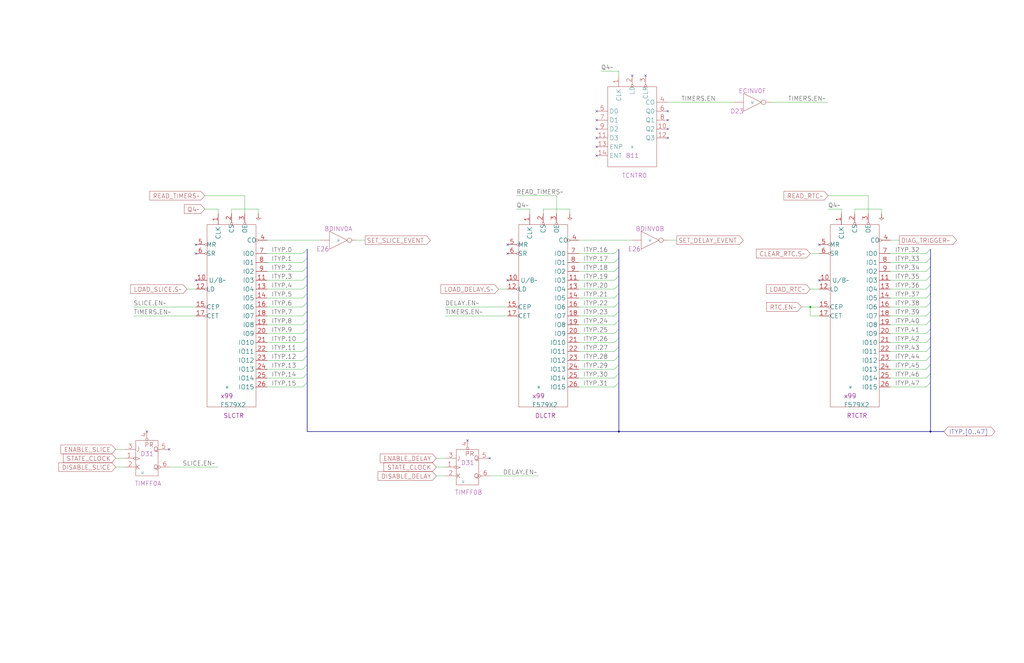
<source format=kicad_sch>
(kicad_sch (version 20220404) (generator eeschema)
  (paper "User" 584.2 378.46)
  (title_block (title "TIMERS") (date "22-SEP-90") (rev "2.0") (comment 1 "IOC") (comment 2 "232-003061") (comment 3 "S400") (comment 4 "RELEASED"))
  (lib_symbols
    (symbol "r1000:F04" (pin_numbers hide) (pin_names hide)
      (property "Reference" "U" (at 0 0 0))
      (property "Value" "F04" (at 1.27 -5.08 0))
      (property "Location" "___" (at -12.7 -5.08 0))
      (property "Name" "______" (at 0 5.08 0))
      (symbol "F04_0_1"
        (polyline (pts (xy -7.62 0) (xy -5.08 0)) (stroke (width 0.1524)))
        (polyline (pts (xy -5.08 5.08) (xy -5.08 -5.08)) (stroke (width 0.1524)))
        (polyline (pts (xy 5.08 0) (xy -5.08 -5.08)) (stroke (width 0.1524)))
        (polyline (pts (xy 5.08 0) (xy -5.08 5.08)) (stroke (width 0.1524)))
        (circle (center 6.35 0) (radius 1.27) (stroke (width 0.1524)))
      )
      (symbol "F04_1_1"
        (pin input line (at -10.16 0 0) (length 2.54) (name "D0") (number "1"))
        (pin output line (at 10.16 0 180) (length 2.54) (name "Q") (number "2"))
      )
    )
    (symbol "r1000:F113" (pin_names (offset 1.016) hide)
      (property "Reference" "U" (at 0 -10.795 0))
      (property "Value" "F113" (at -1.27 -5.08 0))
      (property "Location" "___" (at -1.27 0 0))
      (property "Name" "______" (at 3.175 -18.415 0))
      (symbol "F113_0_1"
        (rectangle (start -3.81 7.62) (end 8.89 -12.7) (stroke (width 0.1524)))
      )
      (symbol "F113_1_1"
        (circle (center -4.445 -2.54) (radius 0.635))
        (circle (center 2.54 8.255) (radius 0.635))
        (circle (center 9.525 -7.62) (radius 0.635))
        (text ">" (at -2.54 -2.54 0) (effects (font (size 2.54 2.54))))
        (text "J" (at -2.54 2.54 0) (effects (font (size 2.54 2.54))))
        (text "K" (at -2.54 -7.62 0) (effects (font (size 2.54 2.54))))
        (text "P" (at 2.54 5.08 0) (effects (font (size 2.54 2.54))))
        (text "Q" (at 7.62 -7.62 0) (effects (font (size 2.54 2.54))))
        (text "Q" (at 7.62 2.54 0) (effects (font (size 2.54 2.54))))
        (text "R" (at 5.08 5.08 0) (effects (font (size 2.54 2.54))))
        (pin input line (at -10.16 -2.54 0) (length 5.08) (name "CLK_") (number "1"))
        (pin input line (at -10.16 -7.62 0) (length 6.35) (name "K") (number "2"))
        (pin input line (at -10.16 2.54 0) (length 6.35) (name "J") (number "3"))
        (pin input line (at 2.54 12.7 270) (length 3.81) (name "PR_") (number "4"))
        (pin output line (at 15.24 2.54 180) (length 6.35) (name "Q") (number "5"))
        (pin output line (at 15.24 -7.62 180) (length 5.08) (name "Q_") (number "6"))
      )
    )
    (symbol "r1000:F163" (pin_names (offset 1.016))
      (property "Reference" "U" (at 2.54 5.08 0))
      (property "Value" "F163" (at -1.27 -5.08 0))
      (property "Location" "___" (at -1.27 0 0))
      (property "Name" "______" (at 3.81 -12.7 0))
      (symbol "F163_1_1"
        (rectangle (start -11.43 39.37) (end 16.51 -6.35))
        (circle (center 2.54 40.005) (radius 0.635))
        (circle (center 10.16 40.005) (radius 0.635))
        (pin input line (at -5.08 45.72 270) (length 6.35) (name "CLK") (number "1"))
        (pin output line (at 22.86 15.24 180) (length 6.35) (name "Q2") (number "10"))
        (pin input line (at -17.78 10.16 0) (length 6.35) (name "D3") (number "11"))
        (pin output line (at 22.86 10.16 180) (length 6.35) (name "Q3") (number "12"))
        (pin input line (at -17.78 5.08 0) (length 6.35) (name "ENP") (number "13"))
        (pin input line (at -17.78 0 0) (length 6.35) (name "ENT") (number "14"))
        (pin input line (at 2.54 45.72 270) (length 5.08) (name "LD") (number "2"))
        (pin input line (at 10.16 45.72 270) (length 5.08) (name "CLR") (number "3"))
        (pin output line (at 22.86 30.48 180) (length 6.35) (name "CO") (number "4"))
        (pin input line (at -17.78 25.4 0) (length 6.35) (name "D0") (number "5"))
        (pin output line (at 22.86 25.4 180) (length 6.35) (name "Q0") (number "6"))
        (pin input line (at -17.78 20.32 0) (length 6.35) (name "D1") (number "7"))
        (pin output line (at 22.86 20.32 180) (length 6.35) (name "Q1") (number "8"))
        (pin input line (at -17.78 15.24 0) (length 6.35) (name "D2") (number "9"))
      )
    )
    (symbol "r1000:F579X2" (pin_names (offset 1.016))
      (property "Reference" "U" (at 2.54 5.08 0))
      (property "Value" "F579X2" (at -1.27 -5.08 0))
      (property "Location" "___" (at -1.27 0 0))
      (property "Name" "______" (at 6.35 -12.7 0))
      (symbol "F579X2_1_1"
        (circle (center -9.525 45.72) (radius 0.635))
        (circle (center -9.525 50.8) (radius 0.635))
        (circle (center -9.525 60.96) (radius 0.635))
        (circle (center -9.525 81.28) (radius 0.635))
        (circle (center -9.525 86.36) (radius 0.635))
        (rectangle (start -8.89 97.79) (end 19.05 -6.35))
        (circle (center 5.08 98.425) (radius 0.635))
        (circle (center 12.7 98.425) (radius 0.635))
        (circle (center 19.685 88.9) (radius 0.635))
        (pin input line (at -2.54 104.14 270) (length 6.35) (name "CLK") (number "1"))
        (pin input line (at -15.24 66.04 0) (length 6.35) (name "U/B~") (number "10"))
        (pin bidirectional line (at 25.4 66.04 180) (length 6.35) (name "IO3") (number "11"))
        (pin input line (at -15.24 60.96 0) (length 5.08) (name "LD") (number "12"))
        (pin bidirectional line (at 25.4 60.96 180) (length 6.35) (name "IO4") (number "13"))
        (pin bidirectional line (at 25.4 55.88 180) (length 6.35) (name "IO5") (number "14"))
        (pin input line (at -15.24 50.8 0) (length 5.08) (name "CEP") (number "15"))
        (pin bidirectional line (at 25.4 50.8 180) (length 6.35) (name "IO6") (number "16"))
        (pin input line (at -15.24 45.72 0) (length 5.08) (name "CET") (number "17"))
        (pin bidirectional line (at 25.4 45.72 180) (length 6.35) (name "IO7") (number "18"))
        (pin bidirectional line (at 25.4 40.64 180) (length 6.35) (name "IO8") (number "19"))
        (pin input line (at 5.08 104.14 270) (length 5.08) (name "CS") (number "2"))
        (pin bidirectional line (at 25.4 35.56 180) (length 6.35) (name "IO9") (number "20"))
        (pin bidirectional line (at 25.4 30.48 180) (length 6.35) (name "IO10") (number "21"))
        (pin bidirectional line (at 25.4 25.4 180) (length 6.35) (name "IO11") (number "22"))
        (pin bidirectional line (at 25.4 20.32 180) (length 6.35) (name "IO12") (number "23"))
        (pin bidirectional line (at 25.4 15.24 180) (length 6.35) (name "IO13") (number "24"))
        (pin bidirectional line (at 25.4 10.16 180) (length 6.35) (name "IO14") (number "25"))
        (pin bidirectional line (at 25.4 5.08 180) (length 6.35) (name "IO15") (number "26"))
        (pin input line (at 12.7 104.14 270) (length 5.08) (name "OE") (number "3"))
        (pin output line (at 25.4 88.9 180) (length 5.08) (name "CO") (number "4"))
        (pin input line (at -15.24 86.36 0) (length 5.08) (name "MR") (number "5"))
        (pin input line (at -15.24 81.28 0) (length 5.08) (name "SR") (number "6"))
        (pin bidirectional line (at 25.4 81.28 180) (length 6.35) (name "IO0") (number "7"))
        (pin bidirectional line (at 25.4 76.2 180) (length 6.35) (name "IO1") (number "8"))
        (pin bidirectional line (at 25.4 71.12 180) (length 6.35) (name "IO2") (number "9"))
      )
    )
    (symbol "r1000:PD" (power) (pin_numbers hide) (pin_names hide) (in_bom no)
      (symbol "PD_0_1"
        (polyline (pts (xy 0 -2.54) (xy 1.27 -2.54) (xy 0 -3.81) (xy -1.27 -2.54) (xy 0 -2.54)) (stroke (width 0.1524)))
      )
      (symbol "PD_1_1"
        (pin power_in line (at 0 0 270) (length 2.54) (name "PD") (number "1"))
      )
    )
  )
  (junction (at 353.06 246.38))
  (junction (at 462.28 175.26))
  (junction (at 530.86 246.38))
  (no_connect (at 381 78.74))
  (no_connect (at 340.36 83.82))
  (no_connect (at 340.36 88.9))
  (no_connect (at 83.82 246.38))
  (no_connect (at 96.52 256.54))
  (no_connect (at 340.36 68.58))
  (no_connect (at 340.36 73.66))
  (no_connect (at 279.4 261.62))
  (no_connect (at 340.36 78.74))
  (no_connect (at 289.56 139.7))
  (no_connect (at 289.56 144.78))
  (no_connect (at 289.56 160.02))
  (no_connect (at 360.68 43.18))
  (no_connect (at 368.3 43.18))
  (no_connect (at 266.7 251.46))
  (no_connect (at 467.36 160.02))
  (no_connect (at 111.76 160.02))
  (no_connect (at 111.76 139.7))
  (no_connect (at 111.76 144.78))
  (no_connect (at 467.36 139.7))
  (no_connect (at 381 73.66))
  (no_connect (at 381 68.58))
  (no_connect (at 340.36 63.5))
  (no_connect (at 381 63.5))
  (bus_entry (at 353.06 147.32) (size -2.54 2.54))
  (bus_entry (at 175.26 152.4) (size -2.54 2.54))
  (bus_entry (at 530.86 142.24) (size -2.54 2.54))
  (bus_entry (at 175.26 162.56) (size -2.54 2.54))
  (bus_entry (at 175.26 142.24) (size -2.54 2.54))
  (bus_entry (at 353.06 187.96) (size -2.54 2.54))
  (bus_entry (at 175.26 203.2) (size -2.54 2.54))
  (bus_entry (at 353.06 167.64) (size -2.54 2.54))
  (bus_entry (at 353.06 193.04) (size -2.54 2.54))
  (bus_entry (at 353.06 162.56) (size -2.54 2.54))
  (bus_entry (at 175.26 218.44) (size -2.54 2.54))
  (bus_entry (at 530.86 147.32) (size -2.54 2.54))
  (bus_entry (at 353.06 203.2) (size -2.54 2.54))
  (bus_entry (at 175.26 172.72) (size -2.54 2.54))
  (bus_entry (at 530.86 152.4) (size -2.54 2.54))
  (bus_entry (at 175.26 213.36) (size -2.54 2.54))
  (bus_entry (at 353.06 142.24) (size -2.54 2.54))
  (bus_entry (at 530.86 208.28) (size -2.54 2.54))
  (bus_entry (at 353.06 213.36) (size -2.54 2.54))
  (bus_entry (at 175.26 147.32) (size -2.54 2.54))
  (bus_entry (at 353.06 198.12) (size -2.54 2.54))
  (bus_entry (at 530.86 203.2) (size -2.54 2.54))
  (bus_entry (at 353.06 218.44) (size -2.54 2.54))
  (bus_entry (at 175.26 157.48) (size -2.54 2.54))
  (bus_entry (at 530.86 187.96) (size -2.54 2.54))
  (bus_entry (at 175.26 208.28) (size -2.54 2.54))
  (bus_entry (at 175.26 193.04) (size -2.54 2.54))
  (bus_entry (at 530.86 198.12) (size -2.54 2.54))
  (bus_entry (at 353.06 157.48) (size -2.54 2.54))
  (bus_entry (at 175.26 198.12) (size -2.54 2.54))
  (bus_entry (at 530.86 177.8) (size -2.54 2.54))
  (bus_entry (at 353.06 172.72) (size -2.54 2.54))
  (bus_entry (at 530.86 172.72) (size -2.54 2.54))
  (bus_entry (at 530.86 162.56) (size -2.54 2.54))
  (bus_entry (at 175.26 177.8) (size -2.54 2.54))
  (bus_entry (at 353.06 182.88) (size -2.54 2.54))
  (bus_entry (at 530.86 157.48) (size -2.54 2.54))
  (bus_entry (at 530.86 182.88) (size -2.54 2.54))
  (bus_entry (at 353.06 208.28) (size -2.54 2.54))
  (bus_entry (at 175.26 187.96) (size -2.54 2.54))
  (bus_entry (at 175.26 167.64) (size -2.54 2.54))
  (bus_entry (at 530.86 218.44) (size -2.54 2.54))
  (bus_entry (at 530.86 193.04) (size -2.54 2.54))
  (bus_entry (at 353.06 177.8) (size -2.54 2.54))
  (bus_entry (at 530.86 167.64) (size -2.54 2.54))
  (bus_entry (at 530.86 213.36) (size -2.54 2.54))
  (bus_entry (at 175.26 182.88) (size -2.54 2.54))
  (bus_entry (at 353.06 152.4) (size -2.54 2.54))
  (wire (pts (xy 508 185.42) (xy 528.32 185.42)))
  (bus (pts (xy 530.86 208.28) (xy 530.86 213.36)))
  (bus (pts (xy 530.86 147.32) (xy 530.86 152.4)))
  (bus (pts (xy 353.06 167.64) (xy 353.06 172.72)))
  (wire (pts (xy 508 175.26) (xy 528.32 175.26)))
  (bus (pts (xy 175.26 208.28) (xy 175.26 213.36)))
  (wire (pts (xy 152.4 205.74) (xy 172.72 205.74)))
  (bus (pts (xy 353.06 218.44) (xy 353.06 246.38)))
  (wire (pts (xy 294.64 111.76) (xy 317.5 111.76)))
  (wire (pts (xy 152.4 185.42) (xy 172.72 185.42)))
  (wire (pts (xy 508 180.34) (xy 528.32 180.34)))
  (wire (pts (xy 508 215.9) (xy 528.32 215.9)))
  (wire (pts (xy 132.08 121.92) (xy 132.08 119.38)))
  (wire (pts (xy 462.28 175.26) (xy 467.36 175.26)))
  (wire (pts (xy 508 160.02) (xy 528.32 160.02)))
  (wire (pts (xy 330.2 175.26) (xy 350.52 175.26)))
  (wire (pts (xy 508 195.58) (xy 528.32 195.58)))
  (wire (pts (xy 132.08 119.38) (xy 147.32 119.38)))
  (bus (pts (xy 353.06 193.04) (xy 353.06 198.12)))
  (wire (pts (xy 254 175.26) (xy 289.56 175.26)))
  (bus (pts (xy 530.86 218.44) (xy 530.86 246.38)))
  (bus (pts (xy 175.26 246.38) (xy 175.26 218.44)))
  (bus (pts (xy 353.06 147.32) (xy 353.06 152.4)))
  (wire (pts (xy 330.2 185.42) (xy 350.52 185.42)))
  (wire (pts (xy 152.4 170.18) (xy 172.72 170.18)))
  (wire (pts (xy 147.32 119.38) (xy 147.32 121.92)))
  (wire (pts (xy 508 144.78) (xy 528.32 144.78)))
  (wire (pts (xy 152.4 210.82) (xy 172.72 210.82)))
  (bus (pts (xy 530.86 187.96) (xy 530.86 193.04)))
  (bus (pts (xy 175.26 167.64) (xy 175.26 172.72)))
  (wire (pts (xy 152.4 190.5) (xy 172.72 190.5)))
  (wire (pts (xy 139.7 111.76) (xy 139.7 121.92)))
  (wire (pts (xy 152.4 144.78) (xy 172.72 144.78)))
  (bus (pts (xy 353.06 187.96) (xy 353.06 193.04)))
  (bus (pts (xy 530.86 177.8) (xy 530.86 182.88)))
  (bus (pts (xy 353.06 246.38) (xy 530.86 246.38)))
  (bus (pts (xy 175.26 193.04) (xy 175.26 198.12)))
  (wire (pts (xy 152.4 220.98) (xy 172.72 220.98)))
  (bus (pts (xy 530.86 152.4) (xy 530.86 157.48)))
  (wire (pts (xy 254 180.34) (xy 289.56 180.34)))
  (wire (pts (xy 381 137.16) (xy 386.08 137.16)))
  (bus (pts (xy 175.26 157.48) (xy 175.26 162.56)))
  (wire (pts (xy 330.2 210.82) (xy 350.52 210.82)))
  (wire (pts (xy 309.88 119.38) (xy 325.12 119.38)))
  (bus (pts (xy 530.86 203.2) (xy 530.86 208.28)))
  (wire (pts (xy 353.06 40.64) (xy 353.06 43.18)))
  (wire (pts (xy 248.92 261.62) (xy 254 261.62)))
  (bus (pts (xy 353.06 203.2) (xy 353.06 208.28)))
  (wire (pts (xy 508 170.18) (xy 528.32 170.18)))
  (wire (pts (xy 330.2 137.16) (xy 360.68 137.16)))
  (wire (pts (xy 487.68 119.38) (xy 502.92 119.38)))
  (wire (pts (xy 487.68 121.92) (xy 487.68 119.38)))
  (wire (pts (xy 330.2 165.1) (xy 350.52 165.1)))
  (wire (pts (xy 480.06 119.38) (xy 480.06 121.92)))
  (wire (pts (xy 66.04 266.7) (xy 71.12 266.7)))
  (bus (pts (xy 530.86 167.64) (xy 530.86 172.72)))
  (wire (pts (xy 462.28 165.1) (xy 467.36 165.1)))
  (bus (pts (xy 353.06 182.88) (xy 353.06 187.96)))
  (wire (pts (xy 96.52 266.7) (xy 124.46 266.7)))
  (bus (pts (xy 353.06 213.36) (xy 353.06 218.44)))
  (wire (pts (xy 248.92 266.7) (xy 254 266.7)))
  (wire (pts (xy 294.64 119.38) (xy 302.26 119.38)))
  (wire (pts (xy 462.28 180.34) (xy 462.28 175.26)))
  (wire (pts (xy 330.2 220.98) (xy 350.52 220.98)))
  (wire (pts (xy 152.4 165.1) (xy 172.72 165.1)))
  (bus (pts (xy 530.86 162.56) (xy 530.86 167.64)))
  (wire (pts (xy 152.4 175.26) (xy 172.72 175.26)))
  (bus (pts (xy 175.26 152.4) (xy 175.26 157.48)))
  (wire (pts (xy 508 190.5) (xy 528.32 190.5)))
  (bus (pts (xy 353.06 198.12) (xy 353.06 203.2)))
  (wire (pts (xy 152.4 215.9) (xy 172.72 215.9)))
  (wire (pts (xy 76.2 180.34) (xy 111.76 180.34)))
  (bus (pts (xy 530.86 213.36) (xy 530.86 218.44)))
  (wire (pts (xy 472.44 119.38) (xy 480.06 119.38)))
  (wire (pts (xy 248.92 271.78) (xy 254 271.78)))
  (wire (pts (xy 342.9 40.64) (xy 353.06 40.64)))
  (wire (pts (xy 309.88 121.92) (xy 309.88 119.38)))
  (wire (pts (xy 152.4 149.86) (xy 172.72 149.86)))
  (wire (pts (xy 106.68 165.1) (xy 111.76 165.1)))
  (bus (pts (xy 353.06 142.24) (xy 353.06 147.32)))
  (wire (pts (xy 76.2 175.26) (xy 111.76 175.26)))
  (bus (pts (xy 530.86 198.12) (xy 530.86 203.2)))
  (wire (pts (xy 508 210.82) (xy 528.32 210.82)))
  (wire (pts (xy 330.2 160.02) (xy 350.52 160.02)))
  (wire (pts (xy 472.44 111.76) (xy 495.3 111.76)))
  (wire (pts (xy 508 220.98) (xy 528.32 220.98)))
  (wire (pts (xy 116.84 111.76) (xy 139.7 111.76)))
  (bus (pts (xy 175.26 203.2) (xy 175.26 208.28)))
  (wire (pts (xy 330.2 200.66) (xy 350.52 200.66)))
  (wire (pts (xy 330.2 144.78) (xy 350.52 144.78)))
  (wire (pts (xy 330.2 149.86) (xy 350.52 149.86)))
  (wire (pts (xy 279.4 271.78) (xy 307.34 271.78)))
  (wire (pts (xy 152.4 195.58) (xy 172.72 195.58)))
  (bus (pts (xy 353.06 172.72) (xy 353.06 177.8)))
  (wire (pts (xy 152.4 137.16) (xy 182.88 137.16)))
  (wire (pts (xy 495.3 111.76) (xy 495.3 121.92)))
  (wire (pts (xy 508 205.74) (xy 528.32 205.74)))
  (bus (pts (xy 175.26 172.72) (xy 175.26 177.8)))
  (bus (pts (xy 353.06 208.28) (xy 353.06 213.36)))
  (wire (pts (xy 302.26 119.38) (xy 302.26 121.92)))
  (wire (pts (xy 508 154.94) (xy 528.32 154.94)))
  (wire (pts (xy 508 149.86) (xy 528.32 149.86)))
  (wire (pts (xy 508 165.1) (xy 528.32 165.1)))
  (bus (pts (xy 353.06 162.56) (xy 353.06 167.64)))
  (wire (pts (xy 330.2 205.74) (xy 350.52 205.74)))
  (wire (pts (xy 330.2 170.18) (xy 350.52 170.18)))
  (bus (pts (xy 353.06 157.48) (xy 353.06 162.56)))
  (wire (pts (xy 330.2 195.58) (xy 350.52 195.58)))
  (wire (pts (xy 330.2 190.5) (xy 350.52 190.5)))
  (wire (pts (xy 457.2 175.26) (xy 462.28 175.26)))
  (bus (pts (xy 530.86 142.24) (xy 530.86 147.32)))
  (bus (pts (xy 175.26 246.38) (xy 353.06 246.38)))
  (bus (pts (xy 175.26 147.32) (xy 175.26 152.4)))
  (wire (pts (xy 66.04 261.62) (xy 71.12 261.62)))
  (bus (pts (xy 530.86 172.72) (xy 530.86 177.8)))
  (bus (pts (xy 175.26 213.36) (xy 175.26 218.44)))
  (wire (pts (xy 284.48 165.1) (xy 289.56 165.1)))
  (wire (pts (xy 467.36 180.34) (xy 462.28 180.34)))
  (wire (pts (xy 116.84 119.38) (xy 124.46 119.38)))
  (wire (pts (xy 152.4 154.94) (xy 172.72 154.94)))
  (bus (pts (xy 175.26 142.24) (xy 175.26 147.32)))
  (wire (pts (xy 66.04 256.54) (xy 71.12 256.54)))
  (bus (pts (xy 530.86 182.88) (xy 530.86 187.96)))
  (bus (pts (xy 175.26 182.88) (xy 175.26 187.96)))
  (wire (pts (xy 508 200.66) (xy 528.32 200.66)))
  (bus (pts (xy 353.06 152.4) (xy 353.06 157.48)))
  (bus (pts (xy 353.06 177.8) (xy 353.06 182.88)))
  (wire (pts (xy 462.28 144.78) (xy 467.36 144.78)))
  (wire (pts (xy 152.4 180.34) (xy 172.72 180.34)))
  (bus (pts (xy 175.26 162.56) (xy 175.26 167.64)))
  (wire (pts (xy 152.4 200.66) (xy 172.72 200.66)))
  (wire (pts (xy 203.2 137.16) (xy 208.28 137.16)))
  (bus (pts (xy 175.26 198.12) (xy 175.26 203.2)))
  (wire (pts (xy 330.2 215.9) (xy 350.52 215.9)))
  (wire (pts (xy 381 58.42) (xy 419.1 58.42)))
  (bus (pts (xy 175.26 187.96) (xy 175.26 193.04)))
  (wire (pts (xy 317.5 111.76) (xy 317.5 121.92)))
  (wire (pts (xy 508 137.16) (xy 513.08 137.16)))
  (wire (pts (xy 439.42 58.42) (xy 472.44 58.42)))
  (bus (pts (xy 530.86 246.38) (xy 538.48 246.38)))
  (wire (pts (xy 502.92 119.38) (xy 502.92 121.92)))
  (wire (pts (xy 330.2 180.34) (xy 350.52 180.34)))
  (wire (pts (xy 124.46 119.38) (xy 124.46 121.92)))
  (bus (pts (xy 530.86 157.48) (xy 530.86 162.56)))
  (wire (pts (xy 152.4 160.02) (xy 172.72 160.02)))
  (wire (pts (xy 325.12 119.38) (xy 325.12 121.92)))
  (wire (pts (xy 330.2 154.94) (xy 350.52 154.94)))
  (bus (pts (xy 175.26 177.8) (xy 175.26 182.88)))
  (bus (pts (xy 530.86 193.04) (xy 530.86 198.12)))
  (label "ITYP.23" (at 332.74 180.34 0) (effects (font (size 2.54 2.54))))
  (label "ITYP.31" (at 332.74 220.98 0) (effects (font (size 2.54 2.54))))
  (label "ITYP.8" (at 154.94 185.42 0) (effects (font (size 2.54 2.54))))
  (label "ITYP.35" (at 510.54 160.02 0) (effects (font (size 2.54 2.54))))
  (label "ITYP.15" (at 154.94 220.98 0) (effects (font (size 2.54 2.54))))
  (label "ITYP.34" (at 510.54 154.94 0) (effects (font (size 2.54 2.54))))
  (label "ITYP.7" (at 154.94 180.34 0) (effects (font (size 2.54 2.54))))
  (label "ITYP.25" (at 332.74 190.5 0) (effects (font (size 2.54 2.54))))
  (label "ITYP.16" (at 332.74 144.78 0) (effects (font (size 2.54 2.54))))
  (label "ITYP.22" (at 332.74 175.26 0) (effects (font (size 2.54 2.54))))
  (label "ITYP.6" (at 154.94 175.26 0) (effects (font (size 2.54 2.54))))
  (label "ITYP.37" (at 510.54 170.18 0) (effects (font (size 2.54 2.54))))
  (label "ITYP.19" (at 332.74 160.02 0) (effects (font (size 2.54 2.54))))
  (label "ITYP.2" (at 154.94 154.94 0) (effects (font (size 2.54 2.54))))
  (label "ITYP.46" (at 510.54 215.9 0) (effects (font (size 2.54 2.54))))
  (label "TIMERS.EN" (at 388.62 58.42 0) (effects (font (size 2.54 2.54))))
  (label "ITYP.17" (at 332.74 149.86 0) (effects (font (size 2.54 2.54))))
  (label "TIMERS.EN~" (at 254 180.34 0) (effects (font (size 2.54 2.54))))
  (label "ITYP.47" (at 510.54 220.98 0) (effects (font (size 2.54 2.54))))
  (label "ITYP.27" (at 332.74 200.66 0) (effects (font (size 2.54 2.54))))
  (label "ITYP.41" (at 510.54 190.5 0) (effects (font (size 2.54 2.54))))
  (label "DELAY.EN~" (at 254 175.26 0) (effects (font (size 2.54 2.54))))
  (label "TIMERS.EN~" (at 76.2 180.34 0) (effects (font (size 2.54 2.54))))
  (label "ITYP.44" (at 510.54 205.74 0) (effects (font (size 2.54 2.54))))
  (label "SLICE.EN~" (at 104.14 266.7 0) (effects (font (size 2.54 2.54))))
  (label "ITYP.30" (at 332.74 215.9 0) (effects (font (size 2.54 2.54))))
  (label "ITYP.29" (at 332.74 210.82 0) (effects (font (size 2.54 2.54))))
  (label "ITYP.14" (at 154.94 215.9 0) (effects (font (size 2.54 2.54))))
  (label "ITYP.26" (at 332.74 195.58 0) (effects (font (size 2.54 2.54))))
  (label "ITYP.20" (at 332.74 165.1 0) (effects (font (size 2.54 2.54))))
  (label "DELAY.EN~" (at 287.02 271.78 0) (effects (font (size 2.54 2.54))))
  (label "ITYP.39" (at 510.54 180.34 0) (effects (font (size 2.54 2.54))))
  (label "Q4~" (at 294.64 119.38 0) (effects (font (size 2.54 2.54))))
  (label "ITYP.9" (at 154.94 190.5 0) (effects (font (size 2.54 2.54))))
  (label "ITYP.24" (at 332.74 185.42 0) (effects (font (size 2.54 2.54))))
  (label "ITYP.40" (at 510.54 185.42 0) (effects (font (size 2.54 2.54))))
  (label "ITYP.36" (at 510.54 165.1 0) (effects (font (size 2.54 2.54))))
  (label "ITYP.32" (at 510.54 144.78 0) (effects (font (size 2.54 2.54))))
  (label "ITYP.4" (at 154.94 165.1 0) (effects (font (size 2.54 2.54))))
  (label "ITYP.12" (at 154.94 205.74 0) (effects (font (size 2.54 2.54))))
  (label "ITYP.38" (at 510.54 175.26 0) (effects (font (size 2.54 2.54))))
  (label "ITYP.43" (at 510.54 200.66 0) (effects (font (size 2.54 2.54))))
  (label "ITYP.18" (at 332.74 154.94 0) (effects (font (size 2.54 2.54))))
  (label "ITYP.0" (at 154.94 144.78 0) (effects (font (size 2.54 2.54))))
  (label "ITYP.5" (at 154.94 170.18 0) (effects (font (size 2.54 2.54))))
  (label "Q4~" (at 472.44 119.38 0) (effects (font (size 2.54 2.54))))
  (label "ITYP.33" (at 510.54 149.86 0) (effects (font (size 2.54 2.54))))
  (label "ITYP.42" (at 510.54 195.58 0) (effects (font (size 2.54 2.54))))
  (label "TIMERS.EN~" (at 449.58 58.42 0) (effects (font (size 2.54 2.54))))
  (label "ITYP.13" (at 154.94 210.82 0) (effects (font (size 2.54 2.54))))
  (label "Q4~" (at 342.9 40.64 0) (effects (font (size 2.54 2.54))))
  (label "SLICE.EN~" (at 76.2 175.26 0) (effects (font (size 2.54 2.54))))
  (label "ITYP.10" (at 154.94 195.58 0) (effects (font (size 2.54 2.54))))
  (label "ITYP.1" (at 154.94 149.86 0) (effects (font (size 2.54 2.54))))
  (label "ITYP.11" (at 154.94 200.66 0) (effects (font (size 2.54 2.54))))
  (label "ITYP.3" (at 154.94 160.02 0) (effects (font (size 2.54 2.54))))
  (label "READ_TIMERS~" (at 294.64 111.76 0) (effects (font (size 2.54 2.54))))
  (label "ITYP.45" (at 510.54 210.82 0) (effects (font (size 2.54 2.54))))
  (label "ITYP.21" (at 332.74 170.18 0) (effects (font (size 2.54 2.54))))
  (label "ITYP.28" (at 332.74 205.74 0) (effects (font (size 2.54 2.54))))
  (global_label "DISABLE_DELAY" (shape input) (at 248.92 271.78 180) (effects (font (size 2.54 2.54))) (property "Intersheet References" "${INTERSHEET_REFS}" (at 215.6702 271.6213 0) (effects (font (size 1.905 1.905)) (justify right))))
  (global_label "CLEAR_RTC.S~" (shape input) (at 462.28 144.78 180) (effects (font (size 2.54 2.54))) (property "Intersheet References" "${INTERSHEET_REFS}" (at 431.4492 144.6213 0) (effects (font (size 1.905 1.905)) (justify right))))
  (global_label "SET_DELAY_EVENT" (shape output) (at 386.08 137.16 0) (effects (font (size 2.54 2.54))) (property "Intersheet References" "${INTERSHEET_REFS}" (at 424.047 137.0013 0) (effects (font (size 1.905 1.905)) (justify left))))
  (global_label "SET_SLICE_EVENT" (shape output) (at 208.28 137.16 0) (effects (font (size 2.54 2.54))) (property "Intersheet References" "${INTERSHEET_REFS}" (at 245.5212 137.0013 0) (effects (font (size 1.905 1.905)) (justify left))))
  (global_label "READ_RTC~" (shape input) (at 472.44 111.76 180) (effects (font (size 2.54 2.54))) (property "Intersheet References" "${INTERSHEET_REFS}" (at 447.294 111.6013 0) (effects (font (size 1.905 1.905)) (justify right))))
  (global_label "STATE_CLOCK" (shape input) (at 66.04 261.62 180) (effects (font (size 2.54 2.54))) (property "Intersheet References" "${INTERSHEET_REFS}" (at 36.1769 261.4613 0) (effects (font (size 1.905 1.905)) (justify right))))
  (global_label "LOAD_RTC~" (shape input) (at 462.28 165.1 180) (effects (font (size 2.54 2.54))) (property "Intersheet References" "${INTERSHEET_REFS}" (at 437.255 164.9413 0) (effects (font (size 1.905 1.905)) (justify right))))
  (global_label "LOAD_SLICE.S~" (shape input) (at 106.68 165.1 180) (effects (font (size 2.54 2.54))) (property "Intersheet References" "${INTERSHEET_REFS}" (at 74.5188 164.9413 0) (effects (font (size 1.905 1.905)) (justify right))))
  (global_label "RTC.EN~" (shape input) (at 457.2 175.26 180) (effects (font (size 2.54 2.54))) (property "Intersheet References" "${INTERSHEET_REFS}" (at 437.3759 175.1013 0) (effects (font (size 1.905 1.905)) (justify right))))
  (global_label "LOAD_DELAY.S~" (shape input) (at 284.48 165.1 180) (effects (font (size 2.54 2.54))) (property "Intersheet References" "${INTERSHEET_REFS}" (at 251.593 164.9413 0) (effects (font (size 1.905 1.905)) (justify right))))
  (global_label "Q4~" (shape input) (at 116.84 119.38 180) (effects (font (size 2.54 2.54))) (property "Intersheet References" "${INTERSHEET_REFS}" (at 98.9511 119.2213 0) (effects (font (size 1.905 1.905)) (justify right))))
  (global_label "STATE_CLOCK" (shape input) (at 248.92 266.7 180) (effects (font (size 2.54 2.54))) (property "Intersheet References" "${INTERSHEET_REFS}" (at 219.0569 266.5413 0) (effects (font (size 1.905 1.905)) (justify right))))
  (global_label "DIAG_TRIGGER~" (shape output) (at 513.08 137.16 0) (effects (font (size 2.54 2.54))) (property "Intersheet References" "${INTERSHEET_REFS}" (at 545.725 137.0013 0) (effects (font (size 1.905 1.905)) (justify left))))
  (global_label "ITYP.[0..47]" (shape bidirectional) (at 538.48 246.38 0) (effects (font (size 2.54 2.54))) (property "Intersheet References" "${INTERSHEET_REFS}" (at 565.4403 246.2213 0) (effects (font (size 1.905 1.905)) (justify left))))
  (global_label "DISABLE_SLICE" (shape input) (at 66.04 266.7 180) (effects (font (size 2.54 2.54))) (property "Intersheet References" "${INTERSHEET_REFS}" (at 33.5159 266.5413 0) (effects (font (size 1.905 1.905)) (justify right))))
  (global_label "ENABLE_DELAY" (shape input) (at 248.92 261.62 180) (effects (font (size 2.54 2.54))) (property "Intersheet References" "${INTERSHEET_REFS}" (at 216.8797 261.4613 0) (effects (font (size 1.905 1.905)) (justify right))))
  (global_label "READ_TIMERS~" (shape input) (at 116.84 111.76 180) (effects (font (size 2.54 2.54))) (property "Intersheet References" "${INTERSHEET_REFS}" (at 85.4045 111.6013 0) (effects (font (size 1.905 1.905)) (justify right))))
  (global_label "ENABLE_SLICE" (shape input) (at 66.04 256.54 180) (effects (font (size 2.54 2.54))) (property "Intersheet References" "${INTERSHEET_REFS}" (at 34.7254 256.3813 0) (effects (font (size 1.905 1.905)) (justify right))))
  (symbol (lib_id "r1000:F04") (at 370.84 137.16 0) (unit 1)
    (default_instance (reference "U") (unit 1) (value "") (footprint ""))
    (property "Reference" "U" (at 370.84 137.16 0))
    (property "Location" "E26" (at 358.14 142.24 0) (effects (font (size 2.54 2.54)) (justify left)))
    (property "Name" "BDINV0B" (at 370.84 132.08 0) (effects (font (size 2.54 2.54)) (justify bottom)))
  )
  (symbol (lib_id "r1000:F113") (at 81.28 259.08 0) (unit 1)
    (default_instance (reference "U") (unit 1) (value "") (footprint ""))
    (property "Reference" "U" (at 81.28 269.875 0))
    (property "Location" "D31" (at 80.01 259.08 0) (effects (font (size 2.54 2.54)) (justify left)))
    (property "Name" "TIMFF0A" (at 84.455 277.495 0) (effects (font (size 2.54 2.54)) (justify bottom)))
  )
  (symbol (lib_id "r1000:F113") (at 264.16 264.16 0) (unit 1)
    (default_instance (reference "U") (unit 1) (value "") (footprint ""))
    (property "Reference" "U" (at 264.16 274.955 0))
    (property "Location" "D31" (at 262.89 264.16 0) (effects (font (size 2.54 2.54)) (justify left)))
    (property "Name" "TIMFF0B" (at 267.335 282.575 0) (effects (font (size 2.54 2.54)) (justify bottom)))
  )
  (symbol (lib_id "r1000:PD") (at 325.12 121.92 0) (unit 1) (in_bom no)
    (default_instance (reference "U") (unit 1) (value "") (footprint ""))
    (property "Reference" "U" (effects hide))
  )
  (symbol (lib_id "r1000:F579X2") (at 304.8 226.06 0) (unit 1)
    (default_instance (reference "U") (unit 1) (value "F579X2") (footprint ""))
    (property "Reference" "U" (at 307.34 220.98 0))
    (property "Value" "F579X2" (at 303.53 231.14 0) (effects (font (size 2.54 2.54)) (justify left)))
    (property "Location" "x99" (at 303.53 226.06 0) (effects (font (size 2.54 2.54)) (justify left)))
    (property "Name" "DLCTR" (at 311.15 238.76 0) (effects (font (size 2.54 2.54)) (justify bottom)))
  )
  (symbol (lib_id "r1000:PD") (at 147.32 121.92 0) (unit 1) (in_bom no)
    (default_instance (reference "U") (unit 1) (value "") (footprint ""))
    (property "Reference" "U" (effects hide))
  )
  (symbol (lib_id "r1000:F04") (at 193.04 137.16 0) (unit 1)
    (default_instance (reference "U") (unit 1) (value "") (footprint ""))
    (property "Reference" "U" (at 193.04 137.16 0))
    (property "Location" "E26" (at 180.34 142.24 0) (effects (font (size 2.54 2.54)) (justify left)))
    (property "Name" "BDINV0A" (at 193.04 132.08 0) (effects (font (size 2.54 2.54)) (justify bottom)))
  )
  (symbol (lib_id "r1000:F579X2") (at 127 226.06 0) (unit 1)
    (default_instance (reference "U") (unit 1) (value "F579X2") (footprint ""))
    (property "Reference" "U" (at 129.54 220.98 0))
    (property "Value" "F579X2" (at 125.73 231.14 0) (effects (font (size 2.54 2.54)) (justify left)))
    (property "Location" "x99" (at 125.73 226.06 0) (effects (font (size 2.54 2.54)) (justify left)))
    (property "Name" "SLCTR" (at 133.35 238.76 0) (effects (font (size 2.54 2.54)) (justify bottom)))
  )
  (symbol (lib_id "r1000:F163") (at 358.14 88.9 0) (unit 1)
    (default_instance (reference "U") (unit 1) (value "") (footprint ""))
    (property "Reference" "U" (at 360.68 83.82 0))
    (property "Location" "B11" (at 356.87 88.9 0) (effects (font (size 2.54 2.54)) (justify left)))
    (property "Name" "TCNTR0" (at 361.95 101.6 0) (effects (font (size 2.54 2.54)) (justify bottom)))
  )
  (symbol (lib_id "r1000:F579X2") (at 482.6 226.06 0) (unit 1)
    (default_instance (reference "U") (unit 1) (value "F579X2") (footprint ""))
    (property "Reference" "U" (at 485.14 220.98 0))
    (property "Value" "F579X2" (at 481.33 231.14 0) (effects (font (size 2.54 2.54)) (justify left)))
    (property "Location" "x99" (at 481.33 226.06 0) (effects (font (size 2.54 2.54)) (justify left)))
    (property "Name" "RTCTR" (at 488.95 238.76 0) (effects (font (size 2.54 2.54)) (justify bottom)))
  )
  (symbol (lib_id "r1000:PD") (at 502.92 121.92 0) (unit 1) (in_bom no)
    (default_instance (reference "U") (unit 1) (value "") (footprint ""))
    (property "Reference" "U" (effects hide))
  )
  (symbol (lib_id "r1000:F04") (at 429.26 58.42 0) (unit 1)
    (default_instance (reference "U") (unit 1) (value "") (footprint ""))
    (property "Reference" "U" (at 429.26 58.42 0))
    (property "Location" "D23" (at 416.56 63.5 0) (effects (font (size 2.54 2.54)) (justify left)))
    (property "Name" "ECINV0F" (at 429.26 53.34 0) (effects (font (size 2.54 2.54)) (justify bottom)))
  )
)
</source>
